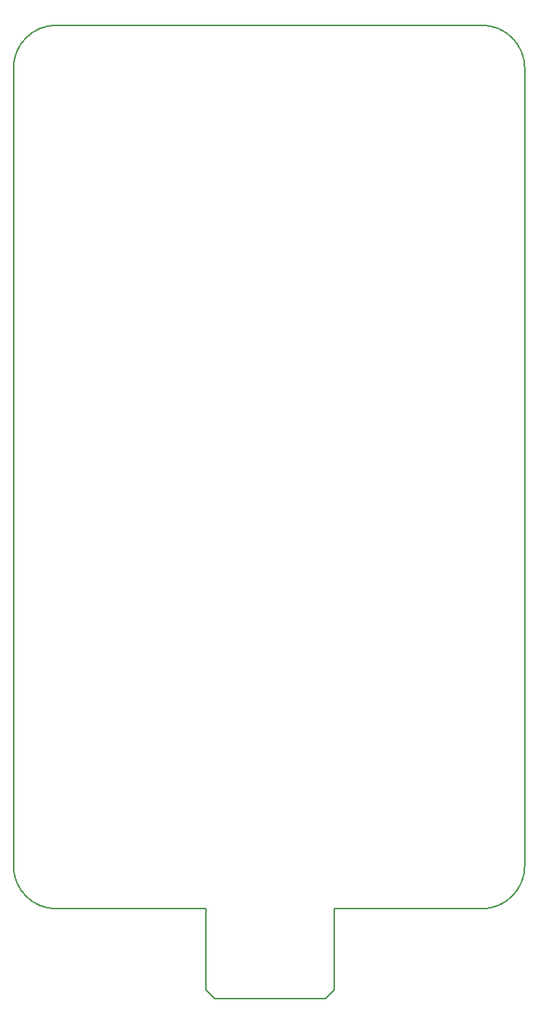
<source format=gm1>
G04 #@! TF.GenerationSoftware,KiCad,Pcbnew,(5.0.2)-1*
G04 #@! TF.CreationDate,2023-09-18T18:41:06+09:00*
G04 #@! TF.ProjectId,Building,4275696c-6469-46e6-972e-6b696361645f,rev?*
G04 #@! TF.SameCoordinates,Original*
G04 #@! TF.FileFunction,Profile,NP*
%FSLAX46Y46*%
G04 Gerber Fmt 4.6, Leading zero omitted, Abs format (unit mm)*
G04 Created by KiCad (PCBNEW (5.0.2)-1) date 2023/09/18 18:41:06*
%MOMM*%
%LPD*%
G01*
G04 APERTURE LIST*
%ADD10C,0.150000*%
%ADD11C,0.200000*%
G04 APERTURE END LIST*
D10*
X162950000Y-129770000D02*
X145750000Y-129770000D01*
X167950000Y-124770000D02*
G75*
G02X162950000Y-129770000I-5000000J0D01*
G01*
X113200000Y-129770000D02*
X130750000Y-129770000D01*
X113250000Y-129770000D02*
G75*
G02X108250000Y-124770000I0J5000000D01*
G01*
X162950000Y-26770000D02*
G75*
G02X167950000Y-31770000I0J-5000000D01*
G01*
X108250000Y-31770000D02*
G75*
G02X113250000Y-26770000I5000000J0D01*
G01*
X167950000Y-124770000D02*
X167950000Y-31770000D01*
X113200000Y-26770000D02*
X162950000Y-26770000D01*
X108250000Y-124745000D02*
X108250000Y-31745000D01*
D11*
X144729000Y-140265500D02*
X145729000Y-139265500D01*
X131729000Y-140265500D02*
X130729000Y-139265500D01*
D10*
X130729000Y-129765500D02*
X130729000Y-139265500D01*
X145729000Y-129765500D02*
X145729000Y-139265500D01*
X131729000Y-140265500D02*
X144729000Y-140265500D01*
M02*

</source>
